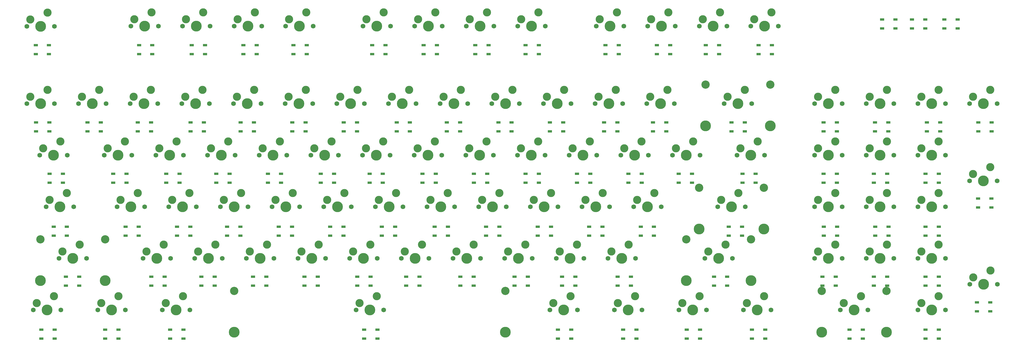
<source format=gbr>
G04 #@! TF.GenerationSoftware,KiCad,Pcbnew,8.0.5*
G04 #@! TF.CreationDate,2024-10-27T22:32:11+11:00*
G04 #@! TF.ProjectId,keyboard,6b657962-6f61-4726-942e-6b696361645f,rev?*
G04 #@! TF.SameCoordinates,Original*
G04 #@! TF.FileFunction,Soldermask,Top*
G04 #@! TF.FilePolarity,Negative*
%FSLAX46Y46*%
G04 Gerber Fmt 4.6, Leading zero omitted, Abs format (unit mm)*
G04 Created by KiCad (PCBNEW 8.0.5) date 2024-10-27 22:32:11*
%MOMM*%
%LPD*%
G01*
G04 APERTURE LIST*
%ADD10C,1.750000*%
%ADD11C,3.000000*%
%ADD12C,3.987800*%
%ADD13R,1.500000X0.900000*%
%ADD14C,3.048000*%
G04 APERTURE END LIST*
D10*
X141495000Y-60725000D03*
D11*
X142765000Y-58185000D03*
D12*
X146575000Y-60725000D03*
D11*
X149115000Y-55645000D03*
D10*
X151655000Y-60725000D03*
D13*
X97100000Y-86700000D03*
X97100000Y-90000000D03*
X102000000Y-90000000D03*
X102000000Y-86700000D03*
D10*
X160545000Y-60725000D03*
D11*
X161815000Y-58185000D03*
D12*
X165625000Y-60725000D03*
D11*
X168165000Y-55645000D03*
D10*
X170705000Y-60725000D03*
X84345000Y-60725000D03*
D11*
X85615000Y-58185000D03*
D12*
X89425000Y-60725000D03*
D11*
X91965000Y-55645000D03*
D10*
X94505000Y-60725000D03*
X275181706Y-32124520D03*
D11*
X276451706Y-29584520D03*
D12*
X280261706Y-32124520D03*
D11*
X282801706Y-27044520D03*
D10*
X285341706Y-32124520D03*
X317707500Y-79775000D03*
D11*
X318977500Y-77235000D03*
D12*
X322787500Y-79775000D03*
D11*
X325327500Y-74695000D03*
D10*
X327867500Y-79775000D03*
D13*
X41600000Y-124700000D03*
X41600000Y-128000000D03*
X46500000Y-128000000D03*
X46500000Y-124700000D03*
X163600000Y-67700000D03*
X163600000Y-71000000D03*
X168500000Y-71000000D03*
X168500000Y-67700000D03*
D10*
X27195000Y-60725000D03*
D11*
X28465000Y-58185000D03*
D12*
X32275000Y-60725000D03*
D11*
X34815000Y-55645000D03*
D10*
X37355000Y-60725000D03*
D13*
X339600000Y-86700000D03*
X339600000Y-90000000D03*
X344500000Y-90000000D03*
X344500000Y-86700000D03*
D10*
X241507500Y-117875000D03*
D11*
X242777500Y-115335000D03*
D12*
X246587500Y-117875000D03*
D11*
X249127500Y-112795000D03*
D10*
X251667500Y-117875000D03*
D13*
X223100000Y-144200000D03*
X223100000Y-147500000D03*
X228000000Y-147500000D03*
X228000000Y-144200000D03*
X207100000Y-124700000D03*
X207100000Y-128000000D03*
X212000000Y-128000000D03*
X212000000Y-124700000D03*
X101100000Y-106200000D03*
X101100000Y-109500000D03*
X106000000Y-109500000D03*
X106000000Y-106200000D03*
D10*
X174832500Y-98825000D03*
D11*
X176102500Y-96285000D03*
D12*
X179912500Y-98825000D03*
D11*
X182452500Y-93745000D03*
D10*
X184992500Y-98825000D03*
D13*
X196600000Y-106200000D03*
X196600000Y-109500000D03*
X201500000Y-109500000D03*
X201500000Y-106200000D03*
D10*
X336757500Y-79775000D03*
D11*
X338027500Y-77235000D03*
D12*
X341837500Y-79775000D03*
D11*
X344377500Y-74695000D03*
D10*
X346917500Y-79775000D03*
D13*
X280600000Y-124700000D03*
X280600000Y-128000000D03*
X285500000Y-128000000D03*
X285500000Y-124700000D03*
D10*
X336757500Y-117875000D03*
D11*
X338027500Y-115335000D03*
D12*
X341837500Y-117875000D03*
D11*
X344377500Y-112795000D03*
D10*
X346917500Y-117875000D03*
D13*
X291100000Y-86700000D03*
X291100000Y-90000000D03*
X296000000Y-90000000D03*
X296000000Y-86700000D03*
D10*
X222457500Y-117875000D03*
D11*
X223727500Y-115335000D03*
D12*
X227537500Y-117875000D03*
D11*
X230077500Y-112795000D03*
D10*
X232617500Y-117875000D03*
X112920000Y-79775000D03*
D11*
X114190000Y-77235000D03*
D12*
X118000000Y-79775000D03*
D11*
X120540000Y-74695000D03*
D10*
X123080000Y-79775000D03*
X65295000Y-60725000D03*
D11*
X66565000Y-58185000D03*
D12*
X70375000Y-60725000D03*
D11*
X72915000Y-55645000D03*
D10*
X75455000Y-60725000D03*
X27250000Y-32205000D03*
D11*
X28520000Y-29665000D03*
D12*
X32330000Y-32205000D03*
D11*
X34870000Y-27125000D03*
D10*
X37410000Y-32205000D03*
D13*
X56100000Y-144200000D03*
X56100000Y-147500000D03*
X61000000Y-147500000D03*
X61000000Y-144200000D03*
D10*
X170070000Y-79775000D03*
D11*
X171340000Y-77235000D03*
D12*
X175150000Y-79775000D03*
D11*
X177690000Y-74695000D03*
D10*
X180230000Y-79775000D03*
D13*
X321050000Y-86700000D03*
X321050000Y-90000000D03*
X325950000Y-90000000D03*
X325950000Y-86700000D03*
D10*
X355807500Y-117875000D03*
D11*
X357077500Y-115335000D03*
D12*
X360887500Y-117875000D03*
D11*
X363427500Y-112795000D03*
D10*
X365967500Y-117875000D03*
X243888750Y-136925000D03*
D11*
X245158750Y-134385000D03*
D12*
X248968750Y-136925000D03*
D11*
X251508750Y-131845000D03*
D10*
X254048750Y-136925000D03*
X237170000Y-32125000D03*
D11*
X238440000Y-29585000D03*
D12*
X242250000Y-32125000D03*
D11*
X244790000Y-27045000D03*
D10*
X247330000Y-32125000D03*
X291513750Y-136925000D03*
D11*
X292783750Y-134385000D03*
D12*
X296593750Y-136925000D03*
D11*
X299133750Y-131845000D03*
D10*
X301673750Y-136925000D03*
X29576250Y-136925000D03*
D11*
X30846250Y-134385000D03*
D12*
X34656250Y-136925000D03*
D11*
X37196250Y-131845000D03*
D10*
X39736250Y-136925000D03*
X217695000Y-60725000D03*
D11*
X218965000Y-58185000D03*
D12*
X222775000Y-60725000D03*
D11*
X225315000Y-55645000D03*
D10*
X227855000Y-60725000D03*
D13*
X201100000Y-67700000D03*
X201100000Y-71000000D03*
X206000000Y-71000000D03*
X206000000Y-67700000D03*
D10*
X336757500Y-98825000D03*
D11*
X338027500Y-96285000D03*
D12*
X341837500Y-98825000D03*
D11*
X344377500Y-93745000D03*
D10*
X346917500Y-98825000D03*
D13*
X220100000Y-67700000D03*
X220100000Y-71000000D03*
X225000000Y-71000000D03*
X225000000Y-67700000D03*
X30600000Y-67700000D03*
X30600000Y-71000000D03*
X35500000Y-71000000D03*
X35500000Y-67700000D03*
X358600000Y-124700000D03*
X358600000Y-128000000D03*
X363500000Y-128000000D03*
X363500000Y-124700000D03*
D10*
X89107500Y-117875000D03*
D11*
X90377500Y-115335000D03*
D12*
X94187500Y-117875000D03*
D11*
X96727500Y-112795000D03*
D10*
X99267500Y-117875000D03*
X117682500Y-98825000D03*
D11*
X118952500Y-96285000D03*
D12*
X122762500Y-98825000D03*
D11*
X125302500Y-93745000D03*
D10*
X127842500Y-98825000D03*
X184357500Y-117875000D03*
D11*
X185627500Y-115335000D03*
D12*
X189437500Y-117875000D03*
D11*
X191977500Y-112795000D03*
D10*
X194517500Y-117875000D03*
X355807500Y-79775000D03*
D11*
X357077500Y-77235000D03*
D12*
X360887500Y-79775000D03*
D11*
X363427500Y-74695000D03*
D10*
X365967500Y-79775000D03*
D13*
X144100000Y-67700000D03*
X144100000Y-71000000D03*
X149000000Y-71000000D03*
X149000000Y-67700000D03*
D10*
X251032500Y-98825000D03*
D11*
X252302500Y-96285000D03*
D12*
X256112500Y-98825000D03*
D11*
X258652500Y-93745000D03*
D10*
X261192500Y-98825000D03*
D13*
X253600000Y-106200000D03*
X253600000Y-109500000D03*
X258500000Y-109500000D03*
X258500000Y-106200000D03*
X321100000Y-106200000D03*
X321100000Y-109500000D03*
X326000000Y-109500000D03*
X326000000Y-106200000D03*
X35600000Y-86700000D03*
X35600000Y-90000000D03*
X40500000Y-90000000D03*
X40500000Y-86700000D03*
X125550000Y-39200000D03*
X125550000Y-42500000D03*
X130450000Y-42500000D03*
X130450000Y-39200000D03*
D10*
X189266209Y-32133694D03*
D11*
X190536209Y-29593694D03*
D12*
X194346209Y-32133694D03*
D11*
X196886209Y-27053694D03*
D10*
X199426209Y-32133694D03*
D13*
X358600000Y-86700000D03*
X358600000Y-90000000D03*
X363500000Y-90000000D03*
X363500000Y-86700000D03*
D14*
X275130750Y-91840000D03*
D12*
X275130750Y-107080000D03*
D10*
X281988750Y-98825000D03*
D11*
X283258750Y-96285000D03*
D12*
X287068750Y-98825000D03*
D11*
X289608750Y-93745000D03*
D10*
X292148750Y-98825000D03*
D14*
X299006750Y-91840000D03*
D12*
X299006750Y-107080000D03*
D13*
X377600000Y-134200000D03*
X377600000Y-137500000D03*
X382500000Y-137500000D03*
X382500000Y-134200000D03*
X78600000Y-86700000D03*
X78600000Y-90000000D03*
X83500000Y-90000000D03*
X83500000Y-86700000D03*
D10*
X255795000Y-60725000D03*
D11*
X257065000Y-58185000D03*
D12*
X260875000Y-60725000D03*
D11*
X263415000Y-55645000D03*
D10*
X265955000Y-60725000D03*
D13*
X340050000Y-106200000D03*
X340050000Y-109500000D03*
X344950000Y-109500000D03*
X344950000Y-106200000D03*
D10*
X208266209Y-32133694D03*
D11*
X209536209Y-29593694D03*
D12*
X213346209Y-32133694D03*
D11*
X215886209Y-27053694D03*
D10*
X218426209Y-32133694D03*
D13*
X107100000Y-39200000D03*
X107100000Y-42500000D03*
X112000000Y-42500000D03*
X112000000Y-39200000D03*
X267600000Y-86700000D03*
X267600000Y-90000000D03*
X272500000Y-90000000D03*
X272500000Y-86700000D03*
X240600000Y-39200000D03*
X240600000Y-42500000D03*
X245500000Y-42500000D03*
X245500000Y-39200000D03*
X330600000Y-144200000D03*
X330600000Y-147500000D03*
X335500000Y-147500000D03*
X335500000Y-144200000D03*
X182100000Y-67700000D03*
X182100000Y-71000000D03*
X187000000Y-71000000D03*
X187000000Y-67700000D03*
X154600000Y-39200000D03*
X154600000Y-42500000D03*
X159500000Y-42500000D03*
X159500000Y-39200000D03*
X286100000Y-106200000D03*
X286100000Y-109500000D03*
X291000000Y-109500000D03*
X291000000Y-106200000D03*
D10*
X294221706Y-32124520D03*
D11*
X295491706Y-29584520D03*
D12*
X299301706Y-32124520D03*
D11*
X301841706Y-27044520D03*
D10*
X304381706Y-32124520D03*
X74820000Y-79775000D03*
D11*
X76090000Y-77235000D03*
D12*
X79900000Y-79775000D03*
D11*
X82440000Y-74695000D03*
D10*
X84980000Y-79775000D03*
D13*
X353600000Y-29700000D03*
X353600000Y-33000000D03*
X358500000Y-33000000D03*
X358500000Y-29700000D03*
X173550000Y-39200000D03*
X173550000Y-42500000D03*
X178450000Y-42500000D03*
X178450000Y-39200000D03*
X277600000Y-39200000D03*
X277600000Y-42500000D03*
X282500000Y-42500000D03*
X282500000Y-39200000D03*
D14*
X270368250Y-110890000D03*
D12*
X270368250Y-126130000D03*
D10*
X277226250Y-117875000D03*
D11*
X278496250Y-115335000D03*
D12*
X282306250Y-117875000D03*
D11*
X284846250Y-112795000D03*
D10*
X287386250Y-117875000D03*
D14*
X294244250Y-110890000D03*
D12*
X294244250Y-126130000D03*
D13*
X234600000Y-106200000D03*
X234600000Y-109500000D03*
X239500000Y-109500000D03*
X239500000Y-106200000D03*
X129600000Y-124700000D03*
X129600000Y-128000000D03*
X134500000Y-128000000D03*
X134500000Y-124700000D03*
D10*
X203407500Y-117875000D03*
D11*
X204677500Y-115335000D03*
D12*
X208487500Y-117875000D03*
D11*
X211027500Y-112795000D03*
D10*
X213567500Y-117875000D03*
D13*
X270600000Y-144200000D03*
X270600000Y-147500000D03*
X275500000Y-147500000D03*
X275500000Y-144200000D03*
X37100000Y-106200000D03*
X37100000Y-109500000D03*
X42000000Y-109500000D03*
X42000000Y-106200000D03*
X297100000Y-39200000D03*
X297100000Y-42500000D03*
X302000000Y-42500000D03*
X302000000Y-39200000D03*
D10*
X146257500Y-117875000D03*
D11*
X147527500Y-115335000D03*
D12*
X151337500Y-117875000D03*
D11*
X153877500Y-112795000D03*
D10*
X156417500Y-117875000D03*
X236745000Y-60725000D03*
D11*
X238015000Y-58185000D03*
D12*
X241825000Y-60725000D03*
D11*
X244365000Y-55645000D03*
D10*
X246905000Y-60725000D03*
X136732500Y-98825000D03*
D11*
X138002500Y-96285000D03*
D12*
X141812500Y-98825000D03*
D11*
X144352500Y-93745000D03*
D10*
X146892500Y-98825000D03*
D13*
X73100000Y-124700000D03*
X73100000Y-128000000D03*
X78000000Y-128000000D03*
X78000000Y-124700000D03*
X68600000Y-39200000D03*
X68600000Y-42500000D03*
X73500000Y-42500000D03*
X73500000Y-39200000D03*
X245100000Y-124700000D03*
X245100000Y-128000000D03*
X250000000Y-128000000D03*
X250000000Y-124700000D03*
D10*
X355807500Y-60725000D03*
D11*
X357077500Y-58185000D03*
D12*
X360887500Y-60725000D03*
D11*
X363427500Y-55645000D03*
D10*
X365967500Y-60725000D03*
D13*
X59100000Y-86700000D03*
X59100000Y-90000000D03*
X64000000Y-90000000D03*
X64000000Y-86700000D03*
D10*
X256181706Y-32124520D03*
D11*
X257451706Y-29584520D03*
D12*
X261261706Y-32124520D03*
D11*
X263801706Y-27044520D03*
D10*
X266341706Y-32124520D03*
D13*
X187100000Y-124700000D03*
X187100000Y-128000000D03*
X192000000Y-128000000D03*
X192000000Y-124700000D03*
X106100000Y-67700000D03*
X106100000Y-71000000D03*
X111000000Y-71000000D03*
X111000000Y-67700000D03*
X247100000Y-144200000D03*
X247100000Y-147500000D03*
X252000000Y-147500000D03*
X252000000Y-144200000D03*
D10*
X55770000Y-79775000D03*
D11*
X57040000Y-77235000D03*
D12*
X60850000Y-79775000D03*
D11*
X63390000Y-74695000D03*
D10*
X65930000Y-79775000D03*
X93870000Y-79775000D03*
D11*
X95140000Y-77235000D03*
D12*
X98950000Y-79775000D03*
D11*
X101490000Y-74695000D03*
D10*
X104030000Y-79775000D03*
D13*
X68100000Y-67700000D03*
X68100000Y-71000000D03*
X73000000Y-71000000D03*
X73000000Y-67700000D03*
X32600000Y-144200000D03*
X32600000Y-147500000D03*
X37500000Y-147500000D03*
X37500000Y-144200000D03*
D10*
X108157500Y-117875000D03*
D11*
X109427500Y-115335000D03*
D12*
X113237500Y-117875000D03*
D11*
X115777500Y-112795000D03*
D10*
X118317500Y-117875000D03*
D13*
X249100000Y-86700000D03*
X249100000Y-90000000D03*
X254000000Y-90000000D03*
X254000000Y-86700000D03*
D10*
X246270000Y-79775000D03*
D11*
X247540000Y-77235000D03*
D12*
X251350000Y-79775000D03*
D11*
X253890000Y-74695000D03*
D10*
X256430000Y-79775000D03*
D13*
X224600000Y-124700000D03*
X224600000Y-128000000D03*
X229500000Y-128000000D03*
X229500000Y-124700000D03*
D10*
X46245000Y-60725000D03*
D11*
X47515000Y-58185000D03*
D12*
X51325000Y-60725000D03*
D11*
X53865000Y-55645000D03*
D10*
X56405000Y-60725000D03*
D13*
X91600000Y-124700000D03*
X91600000Y-128000000D03*
X96500000Y-128000000D03*
X96500000Y-124700000D03*
D14*
X103718850Y-129940000D03*
D12*
X103718850Y-145180000D03*
D10*
X148638750Y-136925000D03*
D11*
X149908750Y-134385000D03*
D12*
X153718750Y-136925000D03*
D11*
X156258750Y-131845000D03*
D10*
X158798750Y-136925000D03*
D14*
X203718650Y-129940000D03*
D12*
X203718650Y-145180000D03*
D13*
X358600000Y-106200000D03*
X358600000Y-109500000D03*
X363500000Y-109500000D03*
X363500000Y-106200000D03*
D10*
X189120000Y-79775000D03*
D11*
X190390000Y-77235000D03*
D12*
X194200000Y-79775000D03*
D11*
X196740000Y-74695000D03*
D10*
X199280000Y-79775000D03*
D14*
X320374500Y-129940000D03*
D12*
X320374500Y-145180000D03*
D10*
X327232500Y-136925000D03*
D11*
X328502500Y-134385000D03*
D12*
X332312500Y-136925000D03*
D11*
X334852500Y-131845000D03*
D10*
X337392500Y-136925000D03*
D14*
X344250500Y-129940000D03*
D12*
X344250500Y-145180000D03*
D13*
X294600000Y-144200000D03*
X294600000Y-147500000D03*
X299500000Y-147500000D03*
X299500000Y-144200000D03*
X342600000Y-29700000D03*
X342600000Y-33000000D03*
X347500000Y-33000000D03*
X347500000Y-29700000D03*
D10*
X231982500Y-98825000D03*
D11*
X233252500Y-96285000D03*
D12*
X237062500Y-98825000D03*
D11*
X239602500Y-93745000D03*
D10*
X242142500Y-98825000D03*
D13*
X116100000Y-86700000D03*
X116100000Y-90000000D03*
X121000000Y-90000000D03*
X121000000Y-86700000D03*
X365550000Y-29700000D03*
X365550000Y-33000000D03*
X370450000Y-33000000D03*
X370450000Y-29700000D03*
D10*
X317707500Y-98825000D03*
D11*
X318977500Y-96285000D03*
D12*
X322787500Y-98825000D03*
D11*
X325327500Y-93745000D03*
D10*
X327867500Y-98825000D03*
D13*
X30500000Y-39200000D03*
X30500000Y-42500000D03*
X35400000Y-42500000D03*
X35400000Y-39200000D03*
X110600000Y-124700000D03*
X110600000Y-128000000D03*
X115500000Y-128000000D03*
X115500000Y-124700000D03*
X378100000Y-67700000D03*
X378100000Y-71000000D03*
X383000000Y-71000000D03*
X383000000Y-67700000D03*
D10*
X34338750Y-98825000D03*
D11*
X35608750Y-96285000D03*
D12*
X39418750Y-98825000D03*
D11*
X41958750Y-93745000D03*
D10*
X44498750Y-98825000D03*
X122445000Y-60725000D03*
D11*
X123715000Y-58185000D03*
D12*
X127525000Y-60725000D03*
D11*
X130065000Y-55645000D03*
D10*
X132605000Y-60725000D03*
X103395000Y-60725000D03*
D11*
X104665000Y-58185000D03*
D12*
X108475000Y-60725000D03*
D11*
X111015000Y-55645000D03*
D10*
X113555000Y-60725000D03*
X65599475Y-32177388D03*
D11*
X66869475Y-29637388D03*
D12*
X70679475Y-32177388D03*
D11*
X73219475Y-27097388D03*
D10*
X75759475Y-32177388D03*
D13*
X378050000Y-95850000D03*
X378050000Y-99150000D03*
X382950000Y-99150000D03*
X382950000Y-95850000D03*
X211100000Y-39200000D03*
X211100000Y-42500000D03*
X216000000Y-42500000D03*
X216000000Y-39200000D03*
D10*
X267701250Y-136925000D03*
D11*
X268971250Y-134385000D03*
D12*
X272781250Y-136925000D03*
D11*
X275321250Y-131845000D03*
D10*
X277861250Y-136925000D03*
D13*
X49600000Y-67700000D03*
X49600000Y-71000000D03*
X54500000Y-71000000D03*
X54500000Y-67700000D03*
D10*
X220076250Y-136925000D03*
D11*
X221346250Y-134385000D03*
D12*
X225156250Y-136925000D03*
D11*
X227696250Y-131845000D03*
D10*
X230236250Y-136925000D03*
D13*
X321000000Y-67700000D03*
X321000000Y-71000000D03*
X325900000Y-71000000D03*
X325900000Y-67700000D03*
D10*
X77201250Y-136925000D03*
D11*
X78471250Y-134385000D03*
D12*
X82281250Y-136925000D03*
D11*
X84821250Y-131845000D03*
D10*
X87361250Y-136925000D03*
X317707500Y-117875000D03*
D11*
X318977500Y-115335000D03*
D12*
X322787500Y-117875000D03*
D11*
X325327500Y-112795000D03*
D10*
X327867500Y-117875000D03*
X289132500Y-79775000D03*
D11*
X290402500Y-77235000D03*
D12*
X294212500Y-79775000D03*
D11*
X296752500Y-74695000D03*
D10*
X299292500Y-79775000D03*
X374857500Y-60725000D03*
D11*
X376127500Y-58185000D03*
D12*
X379937500Y-60725000D03*
D11*
X382477500Y-55645000D03*
D10*
X385017500Y-60725000D03*
D13*
X149100000Y-124700000D03*
X149100000Y-128000000D03*
X154000000Y-128000000D03*
X154000000Y-124700000D03*
X173100000Y-86700000D03*
X173100000Y-90000000D03*
X178000000Y-90000000D03*
X178000000Y-86700000D03*
X259600000Y-39200000D03*
X259600000Y-42500000D03*
X264500000Y-42500000D03*
X264500000Y-39200000D03*
X230100000Y-86700000D03*
X230100000Y-90000000D03*
X235000000Y-90000000D03*
X235000000Y-86700000D03*
D10*
X70057500Y-117875000D03*
D11*
X71327500Y-115335000D03*
D12*
X75137500Y-117875000D03*
D11*
X77677500Y-112795000D03*
D10*
X80217500Y-117875000D03*
X355807500Y-98825000D03*
D11*
X357077500Y-96285000D03*
D12*
X360887500Y-98825000D03*
D11*
X363427500Y-93745000D03*
D10*
X365967500Y-98825000D03*
D13*
X151600000Y-144200000D03*
X151600000Y-147500000D03*
X156500000Y-147500000D03*
X156500000Y-144200000D03*
X135600000Y-86700000D03*
X135600000Y-90000000D03*
X140500000Y-90000000D03*
X140500000Y-86700000D03*
X258100000Y-67700000D03*
X258100000Y-71000000D03*
X263000000Y-71000000D03*
X263000000Y-67700000D03*
D10*
X212932500Y-98825000D03*
D11*
X214202500Y-96285000D03*
D12*
X218012500Y-98825000D03*
D11*
X220552500Y-93745000D03*
D10*
X223092500Y-98825000D03*
X179595000Y-60725000D03*
D11*
X180865000Y-58185000D03*
D12*
X184675000Y-60725000D03*
D11*
X187215000Y-55645000D03*
D10*
X189755000Y-60725000D03*
X265320000Y-79775000D03*
D11*
X266590000Y-77235000D03*
D12*
X270400000Y-79775000D03*
D11*
X272940000Y-74695000D03*
D10*
X275480000Y-79775000D03*
D13*
X211100000Y-86700000D03*
X211100000Y-90000000D03*
X216000000Y-90000000D03*
X216000000Y-86700000D03*
X177600000Y-106200000D03*
X177600000Y-109500000D03*
X182500000Y-109500000D03*
X182500000Y-106200000D03*
X87600000Y-67700000D03*
X87600000Y-71000000D03*
X92500000Y-71000000D03*
X92500000Y-67700000D03*
X339600000Y-124700000D03*
X339600000Y-128000000D03*
X344500000Y-128000000D03*
X344500000Y-124700000D03*
X358600000Y-144200000D03*
X358600000Y-147500000D03*
X363500000Y-147500000D03*
X363500000Y-144200000D03*
D10*
X374864143Y-89283423D03*
D11*
X376134143Y-86743423D03*
D12*
X379944143Y-89283423D03*
D11*
X382484143Y-84203423D03*
D10*
X385024143Y-89283423D03*
X165307500Y-117875000D03*
D11*
X166577500Y-115335000D03*
D12*
X170387500Y-117875000D03*
D11*
X172927500Y-112795000D03*
D10*
X175467500Y-117875000D03*
D13*
X359100000Y-67700000D03*
X359100000Y-71000000D03*
X364000000Y-71000000D03*
X364000000Y-67700000D03*
D10*
X208170000Y-79775000D03*
D11*
X209440000Y-77235000D03*
D12*
X213250000Y-79775000D03*
D11*
X215790000Y-74695000D03*
D10*
X218330000Y-79775000D03*
X98632500Y-98825000D03*
D11*
X99902500Y-96285000D03*
D12*
X103712500Y-98825000D03*
D11*
X106252500Y-93745000D03*
D10*
X108792500Y-98825000D03*
D13*
X88050000Y-39200000D03*
X88050000Y-42500000D03*
X92950000Y-42500000D03*
X92950000Y-39200000D03*
D10*
X374920000Y-127500000D03*
D11*
X376190000Y-124960000D03*
D12*
X380000000Y-127500000D03*
D11*
X382540000Y-122420000D03*
D10*
X385080000Y-127500000D03*
X151170000Y-32125000D03*
D11*
X152440000Y-29585000D03*
D12*
X156250000Y-32125000D03*
D11*
X158790000Y-27045000D03*
D10*
X161330000Y-32125000D03*
D13*
X340000000Y-67700000D03*
X340000000Y-71000000D03*
X344900000Y-71000000D03*
X344900000Y-67700000D03*
D10*
X84637347Y-32136106D03*
D11*
X85907347Y-29596106D03*
D12*
X89717347Y-32136106D03*
D11*
X92257347Y-27056106D03*
D10*
X94797347Y-32136106D03*
X53388750Y-136925000D03*
D11*
X54658750Y-134385000D03*
D12*
X58468750Y-136925000D03*
D11*
X61008750Y-131845000D03*
D10*
X63548750Y-136925000D03*
X317707500Y-60725000D03*
D11*
X318977500Y-58185000D03*
D12*
X322787500Y-60725000D03*
D11*
X325327500Y-55645000D03*
D10*
X327867500Y-60725000D03*
X355807500Y-136925000D03*
D11*
X357077500Y-134385000D03*
D12*
X360887500Y-136925000D03*
D11*
X363427500Y-131845000D03*
D10*
X365967500Y-136925000D03*
X79582500Y-98825000D03*
D11*
X80852500Y-96285000D03*
D12*
X84662500Y-98825000D03*
D11*
X87202500Y-93745000D03*
D10*
X89742500Y-98825000D03*
X198645000Y-60725000D03*
D11*
X199915000Y-58185000D03*
D12*
X203725000Y-60725000D03*
D11*
X206265000Y-55645000D03*
D10*
X208805000Y-60725000D03*
D13*
X158100000Y-106200000D03*
X158100000Y-109500000D03*
X163000000Y-109500000D03*
X163000000Y-106200000D03*
X240100000Y-67700000D03*
X240100000Y-71000000D03*
X245000000Y-71000000D03*
X245000000Y-67700000D03*
D14*
X277512000Y-53740000D03*
D12*
X277512000Y-68980000D03*
D10*
X284370000Y-60725000D03*
D11*
X285640000Y-58185000D03*
D12*
X289450000Y-60725000D03*
D11*
X291990000Y-55645000D03*
D10*
X294530000Y-60725000D03*
D14*
X301388000Y-53740000D03*
D12*
X301388000Y-68980000D03*
D13*
X80100000Y-144200000D03*
X80100000Y-147500000D03*
X85000000Y-147500000D03*
X85000000Y-144200000D03*
D10*
X127207500Y-117875000D03*
D11*
X128477500Y-115335000D03*
D12*
X132287500Y-117875000D03*
D11*
X134827500Y-112795000D03*
D10*
X137367500Y-117875000D03*
X336757500Y-60725000D03*
D11*
X338027500Y-58185000D03*
D12*
X341837500Y-60725000D03*
D11*
X344377500Y-55645000D03*
D10*
X346917500Y-60725000D03*
X122670000Y-32125000D03*
D11*
X123940000Y-29585000D03*
D12*
X127750000Y-32125000D03*
D11*
X130290000Y-27045000D03*
D10*
X132830000Y-32125000D03*
D13*
X192100000Y-86700000D03*
X192100000Y-90000000D03*
X197000000Y-90000000D03*
X197000000Y-86700000D03*
D10*
X31957500Y-79775000D03*
D11*
X33227500Y-77235000D03*
D12*
X37037500Y-79775000D03*
D11*
X39577500Y-74695000D03*
D10*
X42117500Y-79775000D03*
D13*
X215600000Y-106200000D03*
X215600000Y-109500000D03*
X220500000Y-109500000D03*
X220500000Y-106200000D03*
D10*
X193882500Y-98825000D03*
D11*
X195152500Y-96285000D03*
D12*
X198962500Y-98825000D03*
D11*
X201502500Y-93745000D03*
D10*
X204042500Y-98825000D03*
X60532500Y-98825000D03*
D11*
X61802500Y-96285000D03*
D12*
X65612500Y-98825000D03*
D11*
X68152500Y-93745000D03*
D10*
X70692500Y-98825000D03*
D13*
X139100000Y-106200000D03*
X139100000Y-109500000D03*
X144000000Y-109500000D03*
X144000000Y-106200000D03*
X287100000Y-67700000D03*
X287100000Y-71000000D03*
X292000000Y-71000000D03*
X292000000Y-67700000D03*
X192600000Y-39200000D03*
X192600000Y-42500000D03*
X197500000Y-42500000D03*
X197500000Y-39200000D03*
X167100000Y-124700000D03*
X167100000Y-128000000D03*
X172000000Y-128000000D03*
X172000000Y-124700000D03*
X120100000Y-106200000D03*
X120100000Y-109500000D03*
X125000000Y-109500000D03*
X125000000Y-106200000D03*
D10*
X131970000Y-79775000D03*
D11*
X133240000Y-77235000D03*
D12*
X137050000Y-79775000D03*
D11*
X139590000Y-74695000D03*
D10*
X142130000Y-79775000D03*
D13*
X63600000Y-106200000D03*
X63600000Y-109500000D03*
X68500000Y-109500000D03*
X68500000Y-106200000D03*
D10*
X170202485Y-32118486D03*
D11*
X171472485Y-29578486D03*
D12*
X175282485Y-32118486D03*
D11*
X177822485Y-27038486D03*
D10*
X180362485Y-32118486D03*
D14*
X32243250Y-110890000D03*
D12*
X32243250Y-126130000D03*
D10*
X39101250Y-117875000D03*
D11*
X40371250Y-115335000D03*
D12*
X44181250Y-117875000D03*
D11*
X46721250Y-112795000D03*
D10*
X49261250Y-117875000D03*
D14*
X56119250Y-110890000D03*
D12*
X56119250Y-126130000D03*
D10*
X227220000Y-79775000D03*
D11*
X228490000Y-77235000D03*
D12*
X232300000Y-79775000D03*
D11*
X234840000Y-74695000D03*
D10*
X237380000Y-79775000D03*
D13*
X82600000Y-106200000D03*
X82600000Y-109500000D03*
X87500000Y-109500000D03*
X87500000Y-106200000D03*
D10*
X155782500Y-98825000D03*
D11*
X157052500Y-96285000D03*
D12*
X160862500Y-98825000D03*
D11*
X163402500Y-93745000D03*
D10*
X165942500Y-98825000D03*
D13*
X153600000Y-86700000D03*
X153600000Y-90000000D03*
X158500000Y-90000000D03*
X158500000Y-86700000D03*
X320600000Y-124700000D03*
X320600000Y-128000000D03*
X325500000Y-128000000D03*
X325500000Y-124700000D03*
D10*
X103670000Y-32125000D03*
D11*
X104940000Y-29585000D03*
D12*
X108750000Y-32125000D03*
D11*
X111290000Y-27045000D03*
D10*
X113830000Y-32125000D03*
X151020000Y-79775000D03*
D11*
X152290000Y-77235000D03*
D12*
X156100000Y-79775000D03*
D11*
X158640000Y-74695000D03*
D10*
X161180000Y-79775000D03*
D13*
X125100000Y-67700000D03*
X125100000Y-71000000D03*
X130000000Y-71000000D03*
X130000000Y-67700000D03*
M02*

</source>
